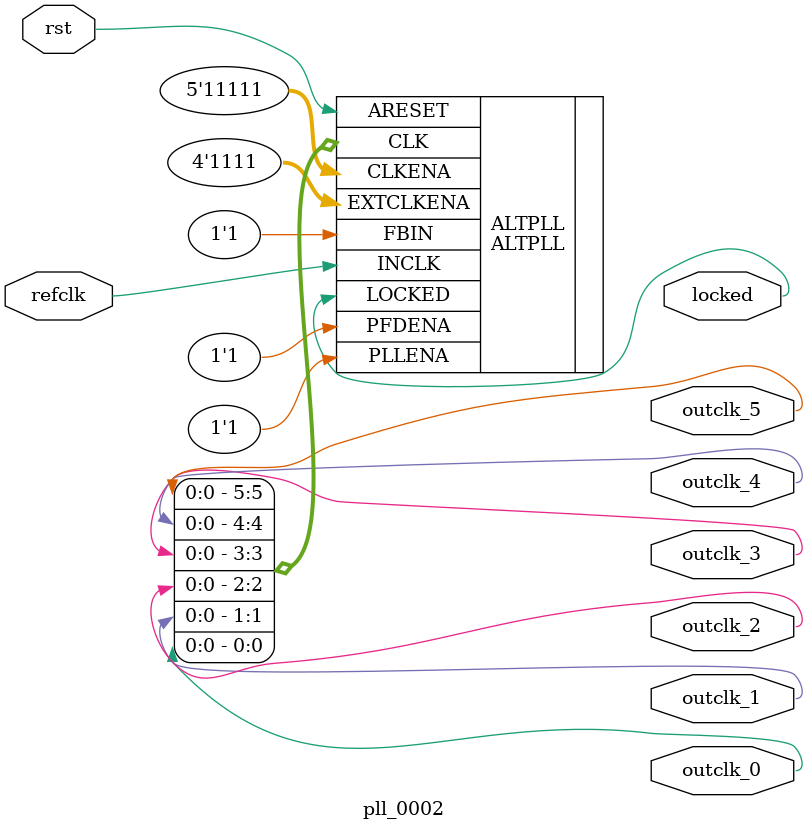
<source format=v>
`ifndef SDRAM_SHIFT

// valid values for 96 MHz
// 0 -520 -1041 -1475 -1996 -2517 -2994 -3515 -3993 -4253 -4513 -4774 -5034
// -5208 (-180 deg)

	`ifndef JTFRAME_SDRAM96
		// 48 MHz clock
		`define SDRAM_SHIFT "5520 ps"
	`else
		// 96 MHz clock
		//`define SDRAM_SHIFT "-3515 ps"
		`define SDRAM_SHIFT "-5034"
	`endif
`endif


module  pll_0002(

// interface 'refclk'
input wire refclk,

// interface 'reset'
input wire rst,

// interface 'outclk0'
output wire outclk_0,

// interface 'outclk1'
output wire outclk_1,

// interface 'outclk2'
output wire outclk_2,

// interface 'outclk3'
output wire outclk_3,

// interface 'outclk4'
output wire outclk_4,

// interface 'outclk5'
output wire outclk_5,

// interface 'locked'
output wire locked
);

`ifdef CYCLONEV

altera_pll #(
	.fractional_vco_multiplier("false"),
	.reference_clock_frequency("50.0 MHz"),
	.operation_mode("direct"),
	.number_of_clocks(6),
	.output_clock_frequency0("48.000000 MHz"),
	.phase_shift0("0 ps"),
	.duty_cycle0(50),
	.output_clock_frequency1("48.000000 MHz"),
	.phase_shift1(`SDRAM_SHIFT),
	.duty_cycle1(50),
	.output_clock_frequency2("24.000000 MHz"),
	.phase_shift2("0 ps"),
	.duty_cycle2(50),
	.output_clock_frequency3("6.000000 MHz"),
	.phase_shift3("0 ps"),
	.duty_cycle3(50),
	.output_clock_frequency4("96.000000 MHz"),
	.phase_shift4("0 ps"),
	.duty_cycle4(50),
	.output_clock_frequency5("96.000000 MHz"),
	.phase_shift5(`SDRAM_SHIFT),
	.duty_cycle5(50),
	.output_clock_frequency6("0 MHz"),
	.phase_shift6("0 ps"),
	.duty_cycle6(50),
	.output_clock_frequency7("0 MHz"),
	.phase_shift7("0 ps"),
	.duty_cycle7(50),
	.output_clock_frequency8("0 MHz"),
	.phase_shift8("0 ps"),
	.duty_cycle8(50),
	.output_clock_frequency9("0 MHz"),
	.phase_shift9("0 ps"),
	.duty_cycle9(50),
	.output_clock_frequency10("0 MHz"),
	.phase_shift10("0 ps"),
	.duty_cycle10(50),
	.output_clock_frequency11("0 MHz"),
	.phase_shift11("0 ps"),
	.duty_cycle11(50),
	.output_clock_frequency12("0 MHz"),
	.phase_shift12("0 ps"),
	.duty_cycle12(50),
	.output_clock_frequency13("0 MHz"),
	.phase_shift13("0 ps"),
	.duty_cycle13(50),
	.output_clock_frequency14("0 MHz"),
	.phase_shift14("0 ps"),
	.duty_cycle14(50),
	.output_clock_frequency15("0 MHz"),
	.phase_shift15("0 ps"),
	.duty_cycle15(50),
	.output_clock_frequency16("0 MHz"),
	.phase_shift16("0 ps"),
	.duty_cycle16(50),
	.output_clock_frequency17("0 MHz"),
	.phase_shift17("0 ps"),
	.duty_cycle17(50),
	.pll_type("General"),
	.pll_subtype("General")
) altera_pll_i (
	.rst	(rst),
	.outclk	({outclk_5, outclk_4, outclk_3, outclk_2, outclk_1, outclk_0}),
	.locked	(locked),
	.fboutclk	( ),
	.fbclk	(1'b0),
	.refclk	(refclk)
);

`else

	ALTPLL #(
		.BANDWIDTH_TYPE("AUTO"),
		.CLK0_DIVIDE_BY(10'd25),   // 48.000 MHz ~= 50 MHz * 24 / 25
		.CLK0_DUTY_CYCLE(6'd50),
		.CLK0_MULTIPLY_BY(10'd24),
		.CLK0_PHASE_SHIFT(1'd0),

		.CLK1_DIVIDE_BY(10'd25),   // 48.000 MHz
		.CLK1_DUTY_CYCLE(6'd50),
		.CLK1_MULTIPLY_BY(10'd24),
		.CLK1_PHASE_SHIFT(`SDRAM_SHIFT),

		.CLK2_DIVIDE_BY(10'd25),   // 24.000 MHz
		.CLK2_DUTY_CYCLE(6'd50),
		.CLK2_MULTIPLY_BY(10'd12),
		.CLK2_PHASE_SHIFT(1'd0),

		.CLK3_DIVIDE_BY(10'd25),   // 6.000 MHz
		.CLK3_DUTY_CYCLE(6'd50),
		.CLK3_MULTIPLY_BY(10'd3),
		.CLK3_PHASE_SHIFT(1'd0),

		.CLK4_DIVIDE_BY(10'd25),   // 96.000 MHz
		.CLK4_DUTY_CYCLE(6'd50),
		.CLK4_MULTIPLY_BY(10'd48),
		.CLK4_PHASE_SHIFT(1'd0),

		.CLK5_DIVIDE_BY(10'd25),   //  96.000 MHz
		.CLK5_DUTY_CYCLE(6'd50),
		.CLK5_MULTIPLY_BY(10'd48),
		.CLK5_PHASE_SHIFT(`SDRAM_SHIFT),

		.COMPENSATE_CLOCK("CLK0"),
		.INCLK0_INPUT_FREQUENCY(15'd20000),
		.OPERATION_MODE("NORMAL")
	) ALTPLL (
		.ARESET(rst),
		.CLKENA(5'd31),
		.EXTCLKENA(4'd15),
		.FBIN(1'd1),
		.INCLK(refclk),
		.PFDENA(1'd1),
		.PLLENA(1'd1),
		.CLK({outclk_5, outclk_4, outclk_3, outclk_2, outclk_1, outclk_0}),
		.LOCKED(locked)
	);
`endif
endmodule


</source>
